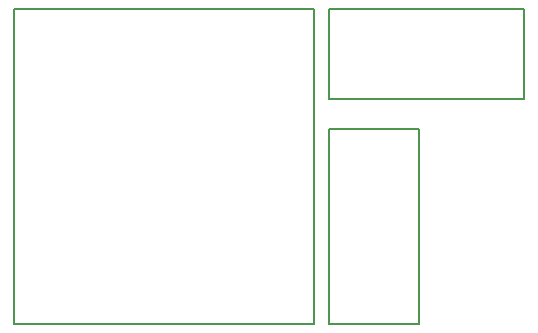
<source format=gko>
G75*
%MOIN*%
%OFA0B0*%
%FSLAX25Y25*%
%IPPOS*%
%LPD*%
%AMOC8*
5,1,8,0,0,1.08239X$1,22.5*
%
%ADD10C,0.00800*%
D10*
X0398333Y0001400D02*
X0398333Y0106400D01*
X0498333Y0106400D01*
X0498333Y0001400D01*
X0398333Y0001400D01*
X0503333Y0001400D02*
X0533333Y0001400D01*
X0533333Y0066400D01*
X0503333Y0066400D01*
X0503333Y0001400D01*
X0503333Y0076400D02*
X0568333Y0076400D01*
X0568333Y0106400D01*
X0503333Y0106400D01*
X0503333Y0076400D01*
M02*

</source>
